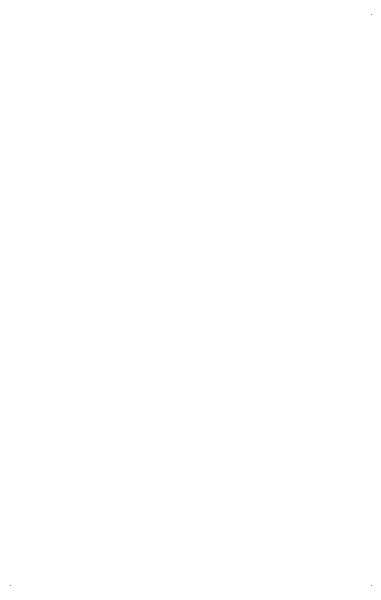
<source format=gbr>
G04 #@! TF.FileFunction,Other,ECO1*
%FSLAX46Y46*%
G04 Gerber Fmt 4.6, Leading zero omitted, Abs format (unit mm)*
G04 Created by KiCad (PCBNEW 4.0.7) date Monday, July 02, 2018 'PMt' 09:22:05 PM*
%MOMM*%
%LPD*%
G01*
G04 APERTURE LIST*
%ADD10C,0.100000*%
G04 APERTURE END LIST*
D10*
X199785800Y-170553600D02*
X199785800Y-170553600D01*
X230403800Y-170553600D02*
X230403800Y-170553600D01*
X230403800Y-122232600D02*
X230403800Y-122232600D01*
M02*

</source>
